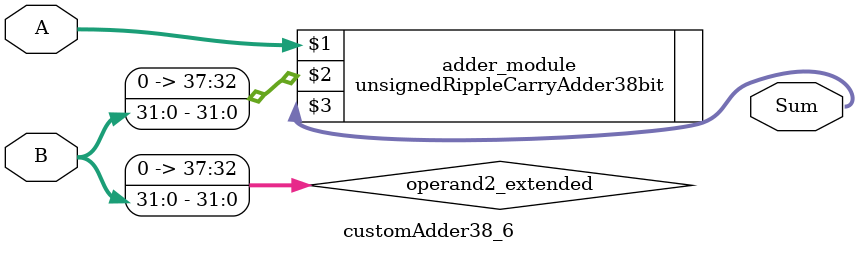
<source format=v>
module customAdder38_6(
                        input [37 : 0] A,
                        input [31 : 0] B,
                        
                        output [38 : 0] Sum
                );

        wire [37 : 0] operand2_extended;
        
        assign operand2_extended =  {6'b0, B};
        
        unsignedRippleCarryAdder38bit adder_module(
            A,
            operand2_extended,
            Sum
        );
        
        endmodule
        
</source>
